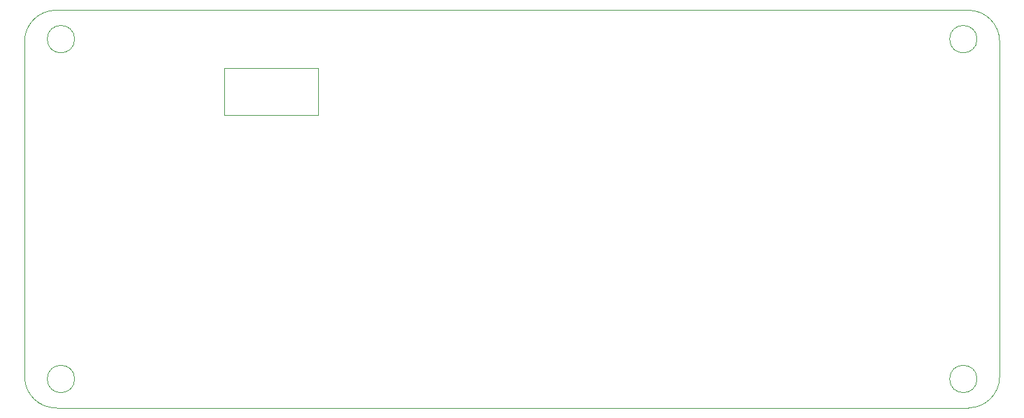
<source format=gbr>
%TF.GenerationSoftware,KiCad,Pcbnew,(5.1.9)-1*%
%TF.CreationDate,2022-01-10T13:38:00-07:00*%
%TF.ProjectId,KiCAD_Front_Plate_02,4b694341-445f-4467-926f-6e745f506c61,rev?*%
%TF.SameCoordinates,Original*%
%TF.FileFunction,Profile,NP*%
%FSLAX46Y46*%
G04 Gerber Fmt 4.6, Leading zero omitted, Abs format (unit mm)*
G04 Created by KiCad (PCBNEW (5.1.9)-1) date 2022-01-10 13:38:00*
%MOMM*%
%LPD*%
G01*
G04 APERTURE LIST*
%TA.AperFunction,Profile*%
%ADD10C,0.050000*%
%TD*%
G04 APERTURE END LIST*
D10*
X121900000Y-47200000D02*
G75*
G03*
X121900000Y-47200000I-1750000J0D01*
G01*
X6400000Y-47200000D02*
G75*
G03*
X6400000Y-47200000I-1750000J0D01*
G01*
X121900000Y-3700000D02*
G75*
G03*
X121900000Y-3700000I-1750000J0D01*
G01*
X6400000Y-3700000D02*
G75*
G03*
X6400000Y-3700000I-1750000J0D01*
G01*
X4100000Y-50900000D02*
G75*
G02*
X0Y-47000000I-100000J4000000D01*
G01*
X124800000Y-46900000D02*
G75*
G02*
X120800000Y-50900000I-4000000J0D01*
G01*
X120800000Y0D02*
G75*
G02*
X124800000Y-4000000I0J-4000000D01*
G01*
X0Y-4000000D02*
G75*
G02*
X4000000Y0I4000000J0D01*
G01*
X37565000Y-7400000D02*
X37565000Y-13400000D01*
X25565000Y-7400000D02*
X25565000Y-13400000D01*
X25565000Y-7400000D02*
X37565000Y-7400000D01*
X25565000Y-13400000D02*
X37565000Y-13400000D01*
X124800000Y-46900000D02*
X124800000Y-4000000D01*
X4100000Y-50900000D02*
X120800000Y-50900000D01*
X0Y-4000000D02*
X0Y-47000000D01*
X4000000Y0D02*
X120800000Y0D01*
M02*

</source>
